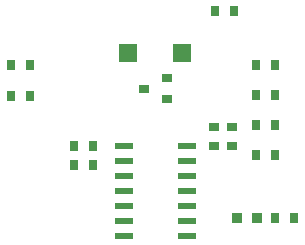
<source format=gtp>
G04*
G04 #@! TF.GenerationSoftware,Altium Limited,Altium Designer,21.2.1 (34)*
G04*
G04 Layer_Color=8421504*
%FSLAX25Y25*%
%MOIN*%
G70*
G04*
G04 #@! TF.SameCoordinates,9466BED1-F6BD-4CF9-8920-6B0B1F58636F*
G04*
G04*
G04 #@! TF.FilePolarity,Positive*
G04*
G01*
G75*
%ADD16R,0.02756X0.03543*%
%ADD17R,0.05906X0.05906*%
%ADD18R,0.03543X0.03150*%
%ADD19R,0.06102X0.02362*%
%ADD20R,0.03347X0.03740*%
%ADD21R,0.03543X0.02756*%
D16*
X-48008Y-30500D02*
D03*
X-41787D02*
D03*
X-48008Y-41000D02*
D03*
X-41787D02*
D03*
X46110Y-81500D02*
D03*
X39890D02*
D03*
X39713Y-60500D02*
D03*
X33492D02*
D03*
X39713Y-50500D02*
D03*
X33492D02*
D03*
Y-40500D02*
D03*
X39713D02*
D03*
X33492Y-30500D02*
D03*
X39713D02*
D03*
X26110Y-12500D02*
D03*
X19890D02*
D03*
X-27008Y-57500D02*
D03*
X-20787D02*
D03*
X-27008Y-64000D02*
D03*
X-20787D02*
D03*
D17*
X9000Y-26500D02*
D03*
X-9000D02*
D03*
D18*
X3937Y-42043D02*
D03*
Y-34957D02*
D03*
X-3937Y-38500D02*
D03*
D19*
X-10630Y-57500D02*
D03*
Y-62500D02*
D03*
Y-67500D02*
D03*
Y-72500D02*
D03*
Y-77500D02*
D03*
Y-82500D02*
D03*
Y-87500D02*
D03*
X10630Y-57500D02*
D03*
Y-62500D02*
D03*
Y-67500D02*
D03*
Y-72500D02*
D03*
Y-77500D02*
D03*
Y-82500D02*
D03*
Y-87500D02*
D03*
D20*
X33847Y-81500D02*
D03*
X27154D02*
D03*
D21*
X25500Y-57610D02*
D03*
Y-51390D02*
D03*
X19500Y-57610D02*
D03*
Y-51390D02*
D03*
M02*

</source>
